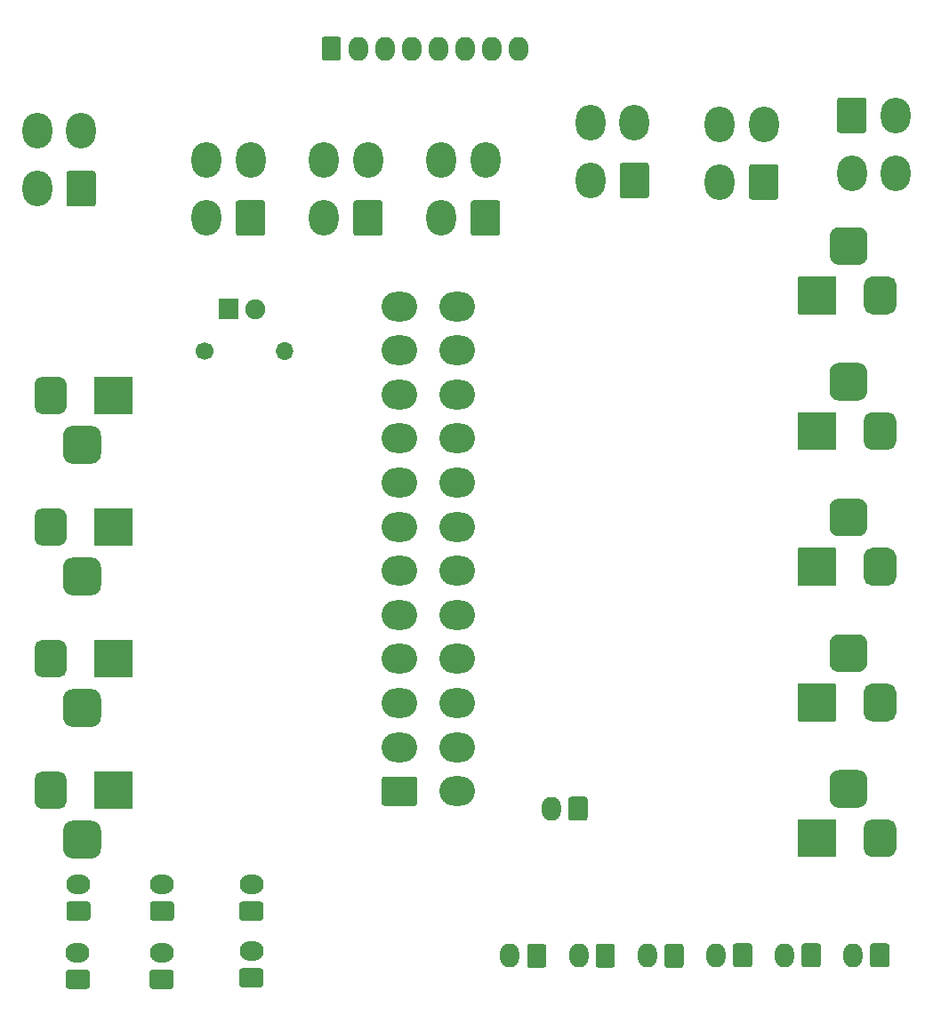
<source format=gbr>
%TF.GenerationSoftware,KiCad,Pcbnew,(5.1.9-0-10_14)*%
%TF.CreationDate,2022-06-30T07:21:25+10:00*%
%TF.ProjectId,Power Distro PCB V2,506f7765-7220-4446-9973-74726f205043,rev?*%
%TF.SameCoordinates,Original*%
%TF.FileFunction,Soldermask,Top*%
%TF.FilePolarity,Negative*%
%FSLAX46Y46*%
G04 Gerber Fmt 4.6, Leading zero omitted, Abs format (unit mm)*
G04 Created by KiCad (PCBNEW (5.1.9-0-10_14)) date 2022-06-30 07:21:25*
%MOMM*%
%LPD*%
G01*
G04 APERTURE LIST*
%ADD10O,1.840000X2.290000*%
%ADD11O,2.290000X1.840000*%
%ADD12O,2.800000X3.400000*%
%ADD13O,1.840000X2.300000*%
%ADD14O,1.700000X1.700000*%
%ADD15C,1.700000*%
%ADD16C,1.900000*%
%ADD17O,3.400000X2.800000*%
G04 APERTURE END LIST*
D10*
%TO.C,J9*%
X51760000Y-90017600D03*
G36*
G01*
X55220000Y-89136966D02*
X55220000Y-90898234D01*
G75*
G02*
X54955634Y-91162600I-264366J0D01*
G01*
X53644366Y-91162600D01*
G75*
G02*
X53380000Y-90898234I0J264366D01*
G01*
X53380000Y-89136966D01*
G75*
G02*
X53644366Y-88872600I264366J0D01*
G01*
X54955634Y-88872600D01*
G75*
G02*
X55220000Y-89136966I0J-264366D01*
G01*
G37*
%TD*%
%TO.C,J8*%
X58293900Y-90017600D03*
G36*
G01*
X61753900Y-89136966D02*
X61753900Y-90898234D01*
G75*
G02*
X61489534Y-91162600I-264366J0D01*
G01*
X60178266Y-91162600D01*
G75*
G02*
X59913900Y-90898234I0J264366D01*
G01*
X59913900Y-89136966D01*
G75*
G02*
X60178266Y-88872600I264366J0D01*
G01*
X61489534Y-88872600D01*
G75*
G02*
X61753900Y-89136966I0J-264366D01*
G01*
G37*
%TD*%
D11*
%TO.C,J11*%
X27140000Y-89570000D03*
G36*
G01*
X28020634Y-93030000D02*
X26259366Y-93030000D01*
G75*
G02*
X25995000Y-92765634I0J264366D01*
G01*
X25995000Y-91454366D01*
G75*
G02*
X26259366Y-91190000I264366J0D01*
G01*
X28020634Y-91190000D01*
G75*
G02*
X28285000Y-91454366I0J-264366D01*
G01*
X28285000Y-92765634D01*
G75*
G02*
X28020634Y-93030000I-264366J0D01*
G01*
G37*
%TD*%
%TO.C,J10*%
X27140000Y-83220000D03*
G36*
G01*
X28020634Y-86680000D02*
X26259366Y-86680000D01*
G75*
G02*
X25995000Y-86415634I0J264366D01*
G01*
X25995000Y-85104366D01*
G75*
G02*
X26259366Y-84840000I264366J0D01*
G01*
X28020634Y-84840000D01*
G75*
G02*
X28285000Y-85104366I0J-264366D01*
G01*
X28285000Y-86415634D01*
G75*
G02*
X28020634Y-86680000I-264366J0D01*
G01*
G37*
%TD*%
D12*
%TO.C,J35*%
X88490000Y-15441000D03*
X84290000Y-15441000D03*
X88490000Y-9941000D03*
G36*
G01*
X82890000Y-11381740D02*
X82890000Y-8500260D01*
G75*
G02*
X83149260Y-8241000I259260J0D01*
G01*
X85430740Y-8241000D01*
G75*
G02*
X85690000Y-8500260I0J-259260D01*
G01*
X85690000Y-11381740D01*
G75*
G02*
X85430740Y-11641000I-259260J0D01*
G01*
X83149260Y-11641000D01*
G75*
G02*
X82890000Y-11381740I0J259260D01*
G01*
G37*
%TD*%
D13*
%TO.C,J7*%
X52540000Y-3591000D03*
X50000000Y-3591000D03*
X47460000Y-3591000D03*
X44920000Y-3591000D03*
X42380000Y-3591000D03*
X39840000Y-3591000D03*
X37300000Y-3591000D03*
G36*
G01*
X33840000Y-4476634D02*
X33840000Y-2705366D01*
G75*
G02*
X34104366Y-2441000I264366J0D01*
G01*
X35415634Y-2441000D01*
G75*
G02*
X35680000Y-2705366I0J-264366D01*
G01*
X35680000Y-4476634D01*
G75*
G02*
X35415634Y-4741000I-264366J0D01*
G01*
X34104366Y-4741000D01*
G75*
G02*
X33840000Y-4476634I0J264366D01*
G01*
G37*
%TD*%
D12*
%TO.C,J2*%
X22860000Y-14234000D03*
X27060000Y-14234000D03*
X22860000Y-19734000D03*
G36*
G01*
X28460000Y-18293260D02*
X28460000Y-21174740D01*
G75*
G02*
X28200740Y-21434000I-259260J0D01*
G01*
X25919260Y-21434000D01*
G75*
G02*
X25660000Y-21174740I0J259260D01*
G01*
X25660000Y-18293260D01*
G75*
G02*
X25919260Y-18034000I259260J0D01*
G01*
X28200740Y-18034000D01*
G75*
G02*
X28460000Y-18293260I0J-259260D01*
G01*
G37*
%TD*%
%TO.C,J1*%
G36*
G01*
X12327000Y-15499260D02*
X12327000Y-18380740D01*
G75*
G02*
X12067740Y-18640000I-259260J0D01*
G01*
X9786260Y-18640000D01*
G75*
G02*
X9527000Y-18380740I0J259260D01*
G01*
X9527000Y-15499260D01*
G75*
G02*
X9786260Y-15240000I259260J0D01*
G01*
X12067740Y-15240000D01*
G75*
G02*
X12327000Y-15499260I0J-259260D01*
G01*
G37*
X6727000Y-16940000D03*
X10927000Y-11440000D03*
X6727000Y-11440000D03*
%TD*%
%TO.C,J6*%
G36*
G01*
X77308000Y-14850260D02*
X77308000Y-17731740D01*
G75*
G02*
X77048740Y-17991000I-259260J0D01*
G01*
X74767260Y-17991000D01*
G75*
G02*
X74508000Y-17731740I0J259260D01*
G01*
X74508000Y-14850260D01*
G75*
G02*
X74767260Y-14591000I259260J0D01*
G01*
X77048740Y-14591000D01*
G75*
G02*
X77308000Y-14850260I0J-259260D01*
G01*
G37*
X71708000Y-16291000D03*
X75908000Y-10791000D03*
X71708000Y-10791000D03*
%TD*%
%TO.C,J5*%
G36*
G01*
X64989000Y-14723260D02*
X64989000Y-17604740D01*
G75*
G02*
X64729740Y-17864000I-259260J0D01*
G01*
X62448260Y-17864000D01*
G75*
G02*
X62189000Y-17604740I0J259260D01*
G01*
X62189000Y-14723260D01*
G75*
G02*
X62448260Y-14464000I259260J0D01*
G01*
X64729740Y-14464000D01*
G75*
G02*
X64989000Y-14723260I0J-259260D01*
G01*
G37*
X59389000Y-16164000D03*
X63589000Y-10664000D03*
X59389000Y-10664000D03*
%TD*%
%TO.C,J4*%
G36*
G01*
X50820000Y-18293260D02*
X50820000Y-21174740D01*
G75*
G02*
X50560740Y-21434000I-259260J0D01*
G01*
X48279260Y-21434000D01*
G75*
G02*
X48020000Y-21174740I0J259260D01*
G01*
X48020000Y-18293260D01*
G75*
G02*
X48279260Y-18034000I259260J0D01*
G01*
X50560740Y-18034000D01*
G75*
G02*
X50820000Y-18293260I0J-259260D01*
G01*
G37*
X45220000Y-19734000D03*
X49420000Y-14234000D03*
X45220000Y-14234000D03*
%TD*%
%TO.C,J3*%
G36*
G01*
X39640000Y-18293260D02*
X39640000Y-21174740D01*
G75*
G02*
X39380740Y-21434000I-259260J0D01*
G01*
X37099260Y-21434000D01*
G75*
G02*
X36840000Y-21174740I0J259260D01*
G01*
X36840000Y-18293260D01*
G75*
G02*
X37099260Y-18034000I259260J0D01*
G01*
X39380740Y-18034000D01*
G75*
G02*
X39640000Y-18293260I0J-259260D01*
G01*
G37*
X34040000Y-19734000D03*
X38240000Y-14234000D03*
X34040000Y-14234000D03*
%TD*%
D14*
%TO.C,R1*%
X30301000Y-32394000D03*
D15*
X22681000Y-32394000D03*
%TD*%
D16*
%TO.C,D1*%
X27501000Y-28394000D03*
G36*
G01*
X24011000Y-29294000D02*
X24011000Y-27494000D01*
G75*
G02*
X24061000Y-27444000I50000J0D01*
G01*
X25861000Y-27444000D01*
G75*
G02*
X25911000Y-27494000I0J-50000D01*
G01*
X25911000Y-29294000D01*
G75*
G02*
X25861000Y-29344000I-50000J0D01*
G01*
X24061000Y-29344000D01*
G75*
G02*
X24011000Y-29294000I0J50000D01*
G01*
G37*
%TD*%
%TO.C,J23*%
G36*
G01*
X9223600Y-54771600D02*
X9223600Y-52971600D01*
G75*
G02*
X10123600Y-52071600I900000J0D01*
G01*
X11923600Y-52071600D01*
G75*
G02*
X12823600Y-52971600I0J-900000D01*
G01*
X12823600Y-54771600D01*
G75*
G02*
X11923600Y-55671600I-900000J0D01*
G01*
X10123600Y-55671600D01*
G75*
G02*
X9223600Y-54771600I0J900000D01*
G01*
G37*
G36*
G01*
X6473600Y-50196600D02*
X6473600Y-48146600D01*
G75*
G02*
X7248600Y-47371600I775000J0D01*
G01*
X8798600Y-47371600D01*
G75*
G02*
X9573600Y-48146600I0J-775000D01*
G01*
X9573600Y-50196600D01*
G75*
G02*
X8798600Y-50971600I-775000J0D01*
G01*
X7248600Y-50971600D01*
G75*
G02*
X6473600Y-50196600I0J775000D01*
G01*
G37*
G36*
G01*
X12223600Y-50921600D02*
X12223600Y-47421600D01*
G75*
G02*
X12273600Y-47371600I50000J0D01*
G01*
X15773600Y-47371600D01*
G75*
G02*
X15823600Y-47421600I0J-50000D01*
G01*
X15823600Y-50921600D01*
G75*
G02*
X15773600Y-50971600I-50000J0D01*
G01*
X12273600Y-50971600D01*
G75*
G02*
X12223600Y-50921600I0J50000D01*
G01*
G37*
%TD*%
%TO.C,J25*%
G36*
G01*
X9223600Y-79843200D02*
X9223600Y-78043200D01*
G75*
G02*
X10123600Y-77143200I900000J0D01*
G01*
X11923600Y-77143200D01*
G75*
G02*
X12823600Y-78043200I0J-900000D01*
G01*
X12823600Y-79843200D01*
G75*
G02*
X11923600Y-80743200I-900000J0D01*
G01*
X10123600Y-80743200D01*
G75*
G02*
X9223600Y-79843200I0J900000D01*
G01*
G37*
G36*
G01*
X6473600Y-75268200D02*
X6473600Y-73218200D01*
G75*
G02*
X7248600Y-72443200I775000J0D01*
G01*
X8798600Y-72443200D01*
G75*
G02*
X9573600Y-73218200I0J-775000D01*
G01*
X9573600Y-75268200D01*
G75*
G02*
X8798600Y-76043200I-775000J0D01*
G01*
X7248600Y-76043200D01*
G75*
G02*
X6473600Y-75268200I0J775000D01*
G01*
G37*
G36*
G01*
X12223600Y-75993200D02*
X12223600Y-72493200D01*
G75*
G02*
X12273600Y-72443200I50000J0D01*
G01*
X15773600Y-72443200D01*
G75*
G02*
X15823600Y-72493200I0J-50000D01*
G01*
X15823600Y-75993200D01*
G75*
G02*
X15773600Y-76043200I-50000J0D01*
G01*
X12273600Y-76043200D01*
G75*
G02*
X12223600Y-75993200I0J50000D01*
G01*
G37*
%TD*%
%TO.C,J24*%
G36*
G01*
X9223600Y-67307400D02*
X9223600Y-65507400D01*
G75*
G02*
X10123600Y-64607400I900000J0D01*
G01*
X11923600Y-64607400D01*
G75*
G02*
X12823600Y-65507400I0J-900000D01*
G01*
X12823600Y-67307400D01*
G75*
G02*
X11923600Y-68207400I-900000J0D01*
G01*
X10123600Y-68207400D01*
G75*
G02*
X9223600Y-67307400I0J900000D01*
G01*
G37*
G36*
G01*
X6473600Y-62732400D02*
X6473600Y-60682400D01*
G75*
G02*
X7248600Y-59907400I775000J0D01*
G01*
X8798600Y-59907400D01*
G75*
G02*
X9573600Y-60682400I0J-775000D01*
G01*
X9573600Y-62732400D01*
G75*
G02*
X8798600Y-63507400I-775000J0D01*
G01*
X7248600Y-63507400D01*
G75*
G02*
X6473600Y-62732400I0J775000D01*
G01*
G37*
G36*
G01*
X12223600Y-63457400D02*
X12223600Y-59957400D01*
G75*
G02*
X12273600Y-59907400I50000J0D01*
G01*
X15773600Y-59907400D01*
G75*
G02*
X15823600Y-59957400I0J-50000D01*
G01*
X15823600Y-63457400D01*
G75*
G02*
X15773600Y-63507400I-50000J0D01*
G01*
X12273600Y-63507400D01*
G75*
G02*
X12223600Y-63457400I0J50000D01*
G01*
G37*
%TD*%
%TO.C,J22*%
G36*
G01*
X9223600Y-42235800D02*
X9223600Y-40435800D01*
G75*
G02*
X10123600Y-39535800I900000J0D01*
G01*
X11923600Y-39535800D01*
G75*
G02*
X12823600Y-40435800I0J-900000D01*
G01*
X12823600Y-42235800D01*
G75*
G02*
X11923600Y-43135800I-900000J0D01*
G01*
X10123600Y-43135800D01*
G75*
G02*
X9223600Y-42235800I0J900000D01*
G01*
G37*
G36*
G01*
X6473600Y-37660800D02*
X6473600Y-35610800D01*
G75*
G02*
X7248600Y-34835800I775000J0D01*
G01*
X8798600Y-34835800D01*
G75*
G02*
X9573600Y-35610800I0J-775000D01*
G01*
X9573600Y-37660800D01*
G75*
G02*
X8798600Y-38435800I-775000J0D01*
G01*
X7248600Y-38435800D01*
G75*
G02*
X6473600Y-37660800I0J775000D01*
G01*
G37*
G36*
G01*
X12223600Y-38385800D02*
X12223600Y-34885800D01*
G75*
G02*
X12273600Y-34835800I50000J0D01*
G01*
X15773600Y-34835800D01*
G75*
G02*
X15823600Y-34885800I0J-50000D01*
G01*
X15823600Y-38385800D01*
G75*
G02*
X15773600Y-38435800I-50000J0D01*
G01*
X12273600Y-38435800D01*
G75*
G02*
X12223600Y-38385800I0J50000D01*
G01*
G37*
%TD*%
%TO.C,J20*%
G36*
G01*
X85775200Y-73215200D02*
X85775200Y-75015200D01*
G75*
G02*
X84875200Y-75915200I-900000J0D01*
G01*
X83075200Y-75915200D01*
G75*
G02*
X82175200Y-75015200I0J900000D01*
G01*
X82175200Y-73215200D01*
G75*
G02*
X83075200Y-72315200I900000J0D01*
G01*
X84875200Y-72315200D01*
G75*
G02*
X85775200Y-73215200I0J-900000D01*
G01*
G37*
G36*
G01*
X88525200Y-77790200D02*
X88525200Y-79840200D01*
G75*
G02*
X87750200Y-80615200I-775000J0D01*
G01*
X86200200Y-80615200D01*
G75*
G02*
X85425200Y-79840200I0J775000D01*
G01*
X85425200Y-77790200D01*
G75*
G02*
X86200200Y-77015200I775000J0D01*
G01*
X87750200Y-77015200D01*
G75*
G02*
X88525200Y-77790200I0J-775000D01*
G01*
G37*
G36*
G01*
X82775200Y-77065200D02*
X82775200Y-80565200D01*
G75*
G02*
X82725200Y-80615200I-50000J0D01*
G01*
X79225200Y-80615200D01*
G75*
G02*
X79175200Y-80565200I0J50000D01*
G01*
X79175200Y-77065200D01*
G75*
G02*
X79225200Y-77015200I50000J0D01*
G01*
X82725200Y-77015200D01*
G75*
G02*
X82775200Y-77065200I0J-50000D01*
G01*
G37*
%TD*%
%TO.C,J19*%
G36*
G01*
X85775200Y-60286400D02*
X85775200Y-62086400D01*
G75*
G02*
X84875200Y-62986400I-900000J0D01*
G01*
X83075200Y-62986400D01*
G75*
G02*
X82175200Y-62086400I0J900000D01*
G01*
X82175200Y-60286400D01*
G75*
G02*
X83075200Y-59386400I900000J0D01*
G01*
X84875200Y-59386400D01*
G75*
G02*
X85775200Y-60286400I0J-900000D01*
G01*
G37*
G36*
G01*
X88525200Y-64861400D02*
X88525200Y-66911400D01*
G75*
G02*
X87750200Y-67686400I-775000J0D01*
G01*
X86200200Y-67686400D01*
G75*
G02*
X85425200Y-66911400I0J775000D01*
G01*
X85425200Y-64861400D01*
G75*
G02*
X86200200Y-64086400I775000J0D01*
G01*
X87750200Y-64086400D01*
G75*
G02*
X88525200Y-64861400I0J-775000D01*
G01*
G37*
G36*
G01*
X82775200Y-64136400D02*
X82775200Y-67636400D01*
G75*
G02*
X82725200Y-67686400I-50000J0D01*
G01*
X79225200Y-67686400D01*
G75*
G02*
X79175200Y-67636400I0J50000D01*
G01*
X79175200Y-64136400D01*
G75*
G02*
X79225200Y-64086400I50000J0D01*
G01*
X82725200Y-64086400D01*
G75*
G02*
X82775200Y-64136400I0J-50000D01*
G01*
G37*
%TD*%
%TO.C,J18*%
G36*
G01*
X85775200Y-47357600D02*
X85775200Y-49157600D01*
G75*
G02*
X84875200Y-50057600I-900000J0D01*
G01*
X83075200Y-50057600D01*
G75*
G02*
X82175200Y-49157600I0J900000D01*
G01*
X82175200Y-47357600D01*
G75*
G02*
X83075200Y-46457600I900000J0D01*
G01*
X84875200Y-46457600D01*
G75*
G02*
X85775200Y-47357600I0J-900000D01*
G01*
G37*
G36*
G01*
X88525200Y-51932600D02*
X88525200Y-53982600D01*
G75*
G02*
X87750200Y-54757600I-775000J0D01*
G01*
X86200200Y-54757600D01*
G75*
G02*
X85425200Y-53982600I0J775000D01*
G01*
X85425200Y-51932600D01*
G75*
G02*
X86200200Y-51157600I775000J0D01*
G01*
X87750200Y-51157600D01*
G75*
G02*
X88525200Y-51932600I0J-775000D01*
G01*
G37*
G36*
G01*
X82775200Y-51207600D02*
X82775200Y-54707600D01*
G75*
G02*
X82725200Y-54757600I-50000J0D01*
G01*
X79225200Y-54757600D01*
G75*
G02*
X79175200Y-54707600I0J50000D01*
G01*
X79175200Y-51207600D01*
G75*
G02*
X79225200Y-51157600I50000J0D01*
G01*
X82725200Y-51157600D01*
G75*
G02*
X82775200Y-51207600I0J-50000D01*
G01*
G37*
%TD*%
%TO.C,J17*%
G36*
G01*
X85775200Y-34428800D02*
X85775200Y-36228800D01*
G75*
G02*
X84875200Y-37128800I-900000J0D01*
G01*
X83075200Y-37128800D01*
G75*
G02*
X82175200Y-36228800I0J900000D01*
G01*
X82175200Y-34428800D01*
G75*
G02*
X83075200Y-33528800I900000J0D01*
G01*
X84875200Y-33528800D01*
G75*
G02*
X85775200Y-34428800I0J-900000D01*
G01*
G37*
G36*
G01*
X88525200Y-39003800D02*
X88525200Y-41053800D01*
G75*
G02*
X87750200Y-41828800I-775000J0D01*
G01*
X86200200Y-41828800D01*
G75*
G02*
X85425200Y-41053800I0J775000D01*
G01*
X85425200Y-39003800D01*
G75*
G02*
X86200200Y-38228800I775000J0D01*
G01*
X87750200Y-38228800D01*
G75*
G02*
X88525200Y-39003800I0J-775000D01*
G01*
G37*
G36*
G01*
X82775200Y-38278800D02*
X82775200Y-41778800D01*
G75*
G02*
X82725200Y-41828800I-50000J0D01*
G01*
X79225200Y-41828800D01*
G75*
G02*
X79175200Y-41778800I0J50000D01*
G01*
X79175200Y-38278800D01*
G75*
G02*
X79225200Y-38228800I50000J0D01*
G01*
X82725200Y-38228800D01*
G75*
G02*
X82775200Y-38278800I0J-50000D01*
G01*
G37*
%TD*%
%TO.C,J16*%
G36*
G01*
X85800000Y-21500000D02*
X85800000Y-23300000D01*
G75*
G02*
X84900000Y-24200000I-900000J0D01*
G01*
X83100000Y-24200000D01*
G75*
G02*
X82200000Y-23300000I0J900000D01*
G01*
X82200000Y-21500000D01*
G75*
G02*
X83100000Y-20600000I900000J0D01*
G01*
X84900000Y-20600000D01*
G75*
G02*
X85800000Y-21500000I0J-900000D01*
G01*
G37*
G36*
G01*
X88550000Y-26075000D02*
X88550000Y-28125000D01*
G75*
G02*
X87775000Y-28900000I-775000J0D01*
G01*
X86225000Y-28900000D01*
G75*
G02*
X85450000Y-28125000I0J775000D01*
G01*
X85450000Y-26075000D01*
G75*
G02*
X86225000Y-25300000I775000J0D01*
G01*
X87775000Y-25300000D01*
G75*
G02*
X88550000Y-26075000I0J-775000D01*
G01*
G37*
G36*
G01*
X82800000Y-25350000D02*
X82800000Y-28850000D01*
G75*
G02*
X82750000Y-28900000I-50000J0D01*
G01*
X79250000Y-28900000D01*
G75*
G02*
X79200000Y-28850000I0J50000D01*
G01*
X79200000Y-25350000D01*
G75*
G02*
X79250000Y-25300000I50000J0D01*
G01*
X82750000Y-25300000D01*
G75*
G02*
X82800000Y-25350000I0J-50000D01*
G01*
G37*
%TD*%
D10*
%TO.C,J32*%
X55676800Y-75996800D03*
G36*
G01*
X59136800Y-75116166D02*
X59136800Y-76877434D01*
G75*
G02*
X58872434Y-77141800I-264366J0D01*
G01*
X57561166Y-77141800D01*
G75*
G02*
X57296800Y-76877434I0J264366D01*
G01*
X57296800Y-75116166D01*
G75*
G02*
X57561166Y-74851800I264366J0D01*
G01*
X58872434Y-74851800D01*
G75*
G02*
X59136800Y-75116166I0J-264366D01*
G01*
G37*
%TD*%
D11*
%TO.C,J31*%
X10617200Y-89712800D03*
G36*
G01*
X11497834Y-93172800D02*
X9736566Y-93172800D01*
G75*
G02*
X9472200Y-92908434I0J264366D01*
G01*
X9472200Y-91597166D01*
G75*
G02*
X9736566Y-91332800I264366J0D01*
G01*
X11497834Y-91332800D01*
G75*
G02*
X11762200Y-91597166I0J-264366D01*
G01*
X11762200Y-92908434D01*
G75*
G02*
X11497834Y-93172800I-264366J0D01*
G01*
G37*
%TD*%
%TO.C,J30*%
X10668000Y-83210400D03*
G36*
G01*
X11548634Y-86670400D02*
X9787366Y-86670400D01*
G75*
G02*
X9523000Y-86406034I0J264366D01*
G01*
X9523000Y-85094766D01*
G75*
G02*
X9787366Y-84830400I264366J0D01*
G01*
X11548634Y-84830400D01*
G75*
G02*
X11813000Y-85094766I0J-264366D01*
G01*
X11813000Y-86406034D01*
G75*
G02*
X11548634Y-86670400I-264366J0D01*
G01*
G37*
%TD*%
%TO.C,J29*%
X18592800Y-89712800D03*
G36*
G01*
X19473434Y-93172800D02*
X17712166Y-93172800D01*
G75*
G02*
X17447800Y-92908434I0J264366D01*
G01*
X17447800Y-91597166D01*
G75*
G02*
X17712166Y-91332800I264366J0D01*
G01*
X19473434Y-91332800D01*
G75*
G02*
X19737800Y-91597166I0J-264366D01*
G01*
X19737800Y-92908434D01*
G75*
G02*
X19473434Y-93172800I-264366J0D01*
G01*
G37*
%TD*%
%TO.C,J28*%
X18643600Y-83210400D03*
G36*
G01*
X19524234Y-86670400D02*
X17762966Y-86670400D01*
G75*
G02*
X17498600Y-86406034I0J264366D01*
G01*
X17498600Y-85094766D01*
G75*
G02*
X17762966Y-84830400I264366J0D01*
G01*
X19524234Y-84830400D01*
G75*
G02*
X19788600Y-85094766I0J-264366D01*
G01*
X19788600Y-86406034D01*
G75*
G02*
X19524234Y-86670400I-264366J0D01*
G01*
G37*
%TD*%
D10*
%TO.C,J15*%
X84429600Y-89966800D03*
G36*
G01*
X87889600Y-89086166D02*
X87889600Y-90847434D01*
G75*
G02*
X87625234Y-91111800I-264366J0D01*
G01*
X86313966Y-91111800D01*
G75*
G02*
X86049600Y-90847434I0J264366D01*
G01*
X86049600Y-89086166D01*
G75*
G02*
X86313966Y-88821800I264366J0D01*
G01*
X87625234Y-88821800D01*
G75*
G02*
X87889600Y-89086166I0J-264366D01*
G01*
G37*
%TD*%
%TO.C,J14*%
X77895700Y-89966800D03*
G36*
G01*
X81355700Y-89086166D02*
X81355700Y-90847434D01*
G75*
G02*
X81091334Y-91111800I-264366J0D01*
G01*
X79780066Y-91111800D01*
G75*
G02*
X79515700Y-90847434I0J264366D01*
G01*
X79515700Y-89086166D01*
G75*
G02*
X79780066Y-88821800I264366J0D01*
G01*
X81091334Y-88821800D01*
G75*
G02*
X81355700Y-89086166I0J-264366D01*
G01*
G37*
%TD*%
%TO.C,J13*%
X71361800Y-89966800D03*
G36*
G01*
X74821800Y-89086166D02*
X74821800Y-90847434D01*
G75*
G02*
X74557434Y-91111800I-264366J0D01*
G01*
X73246166Y-91111800D01*
G75*
G02*
X72981800Y-90847434I0J264366D01*
G01*
X72981800Y-89086166D01*
G75*
G02*
X73246166Y-88821800I264366J0D01*
G01*
X74557434Y-88821800D01*
G75*
G02*
X74821800Y-89086166I0J-264366D01*
G01*
G37*
%TD*%
%TO.C,J12*%
X64827800Y-90017600D03*
G36*
G01*
X68287800Y-89136966D02*
X68287800Y-90898234D01*
G75*
G02*
X68023434Y-91162600I-264366J0D01*
G01*
X66712166Y-91162600D01*
G75*
G02*
X66447800Y-90898234I0J264366D01*
G01*
X66447800Y-89136966D01*
G75*
G02*
X66712166Y-88872600I264366J0D01*
G01*
X68023434Y-88872600D01*
G75*
G02*
X68287800Y-89136966I0J-264366D01*
G01*
G37*
%TD*%
D17*
%TO.C,J27*%
X46737000Y-28130000D03*
X46737000Y-32330000D03*
X46737000Y-36530000D03*
X46737000Y-40730000D03*
X46737000Y-44930000D03*
X46737000Y-49130000D03*
X46737000Y-53330000D03*
X46737000Y-57530000D03*
X46737000Y-61730000D03*
X46737000Y-65930000D03*
X46737000Y-70130000D03*
X46737000Y-74330000D03*
X41237000Y-28130000D03*
X41237000Y-32330000D03*
X41237000Y-36530000D03*
X41237000Y-40730000D03*
X41237000Y-44930000D03*
X41237000Y-49130000D03*
X41237000Y-53330000D03*
X41237000Y-57530000D03*
X41237000Y-61730000D03*
X41237000Y-65930000D03*
X41237000Y-70130000D03*
G36*
G01*
X42677740Y-75730000D02*
X39796260Y-75730000D01*
G75*
G02*
X39537000Y-75470740I0J259260D01*
G01*
X39537000Y-73189260D01*
G75*
G02*
X39796260Y-72930000I259260J0D01*
G01*
X42677740Y-72930000D01*
G75*
G02*
X42937000Y-73189260I0J-259260D01*
G01*
X42937000Y-75470740D01*
G75*
G02*
X42677740Y-75730000I-259260J0D01*
G01*
G37*
%TD*%
M02*

</source>
